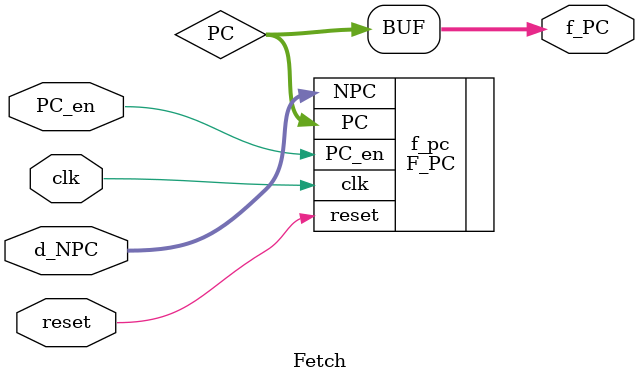
<source format=v>
`timescale 1ns / 1ps
module Fetch(
    input clk,
    input reset,
    input PC_en,
    input [31:0] d_NPC,
    output [31:0] f_PC
    );
    wire [31:0] PC;

    F_PC f_pc(
        .clk(clk),
        .reset(reset),
        .PC_en(PC_en),
        .NPC(d_NPC),
        .PC(PC)
    );

    assign f_PC = PC;


endmodule

</source>
